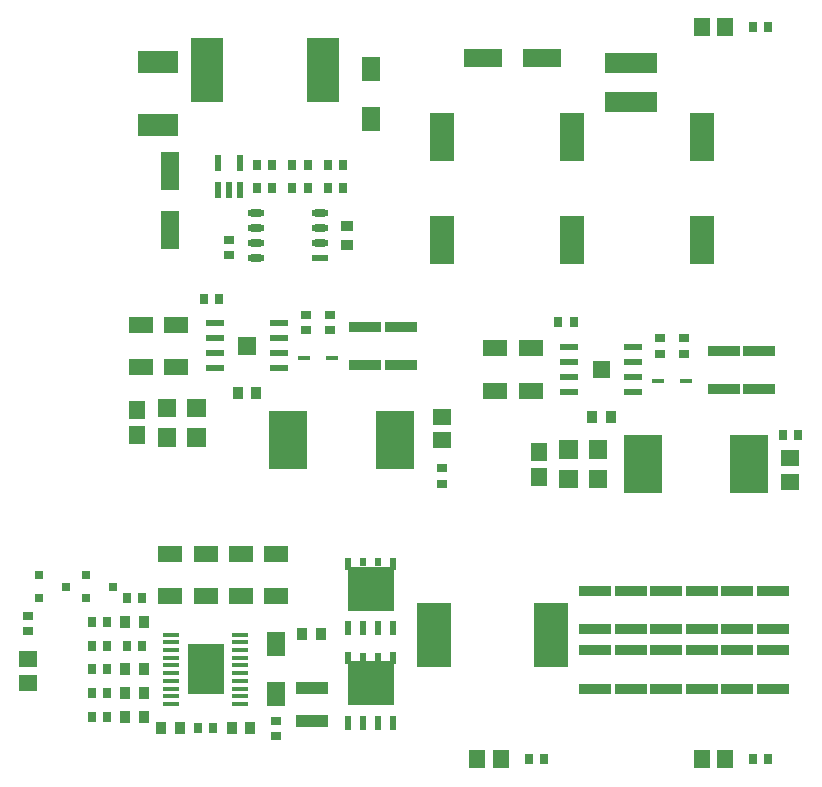
<source format=gtp>
G04*
G04 #@! TF.GenerationSoftware,Altium Limited,Altium Designer,24.6.1 (21)*
G04*
G04 Layer_Color=8421504*
%FSLAX44Y44*%
%MOMM*%
G71*
G04*
G04 #@! TF.SameCoordinates,FB7BF447-59A1-4C30-B96A-EE808B7AA342*
G04*
G04*
G04 #@! TF.FilePolarity,Positive*
G04*
G01*
G75*
%ADD15R,1.5000X2.1200*%
%ADD16R,1.4000X1.6000*%
%ADD17R,1.0400X0.4600*%
%ADD18R,0.8000X0.9500*%
%ADD19R,3.1750X4.9530*%
%ADD20R,2.8000X5.4000*%
%ADD21R,2.9000X5.4000*%
%ADD22O,1.4500X0.6000*%
%ADD23R,1.4500X0.6000*%
%ADD24R,3.1500X4.3500*%
%ADD25R,1.4500X0.4500*%
%ADD26R,0.9000X1.0500*%
%ADD27R,0.9500X0.8000*%
%ADD28R,1.5000X1.4000*%
%ADD29R,2.0000X4.1000*%
%ADD30R,0.7620X0.7620*%
%ADD31R,0.5900X1.3200*%
%ADD32R,2.7700X1.1000*%
%ADD33R,3.9100X3.8100*%
%ADD34R,0.6100X1.2700*%
%ADD35R,0.6100X0.7100*%
%ADD36R,0.6100X1.0200*%
%ADD37R,1.4000X1.5000*%
%ADD38R,2.7062X0.9542*%
%ADD39R,2.0000X1.4000*%
%ADD40R,1.5500X0.6000*%
%ADD41R,4.5000X1.8000*%
%ADD42R,3.2000X1.6000*%
%ADD43R,1.6000X3.2000*%
G04:AMPARAMS|DCode=44|XSize=1.9mm|YSize=3.37mm|CornerRadius=0.0665mm|HoleSize=0mm|Usage=FLASHONLY|Rotation=270.000|XOffset=0mm|YOffset=0mm|HoleType=Round|Shape=RoundedRectangle|*
%AMROUNDEDRECTD44*
21,1,1.9000,3.2370,0,0,270.0*
21,1,1.7670,3.3700,0,0,270.0*
1,1,0.1330,-1.6185,-0.8835*
1,1,0.1330,-1.6185,0.8835*
1,1,0.1330,1.6185,0.8835*
1,1,0.1330,1.6185,-0.8835*
%
%ADD44ROUNDEDRECTD44*%
%ADD45R,1.0500X0.9000*%
G36*
X145150Y304600D02*
X129350D01*
Y320400D01*
X145150D01*
Y304600D01*
D02*
G37*
G36*
X170150D02*
X154350D01*
Y320400D01*
X170150D01*
Y304600D01*
D02*
G37*
G36*
X145150Y329600D02*
X129350D01*
Y345400D01*
X145150D01*
Y329600D01*
D02*
G37*
G36*
X170150D02*
X154350D01*
Y345400D01*
X170150D01*
Y329600D01*
D02*
G37*
G36*
X197835Y397256D02*
X212341D01*
Y382750D01*
X197835D01*
Y397256D01*
D02*
G37*
G36*
X512341Y362750D02*
X497835D01*
Y377256D01*
X512341D01*
Y362750D01*
D02*
G37*
G36*
X510150Y294600D02*
X494350D01*
Y310400D01*
X510150D01*
Y294600D01*
D02*
G37*
G36*
X485150D02*
X469350D01*
Y310400D01*
X485150D01*
Y294600D01*
D02*
G37*
G36*
X510150Y269600D02*
X494350D01*
Y285400D01*
X510150D01*
Y269600D01*
D02*
G37*
G36*
X485150D02*
X469350D01*
Y285400D01*
X485150D01*
Y269600D01*
D02*
G37*
D15*
X310000Y582350D02*
D03*
Y624650D02*
D03*
X230000Y137400D02*
D03*
Y95100D02*
D03*
D16*
X452250Y300500D02*
D03*
Y279500D02*
D03*
X112250Y335500D02*
D03*
Y314500D02*
D03*
D17*
X553185Y360000D02*
D03*
X576985D02*
D03*
X253185Y380000D02*
D03*
X276985D02*
D03*
D18*
X226500Y543500D02*
D03*
X213500D02*
D03*
X286500D02*
D03*
X273500D02*
D03*
X456500Y40000D02*
D03*
X443500D02*
D03*
X646500Y660000D02*
D03*
X633500D02*
D03*
X646500Y40000D02*
D03*
X633500D02*
D03*
X86500Y116250D02*
D03*
X73500D02*
D03*
X86500Y76250D02*
D03*
X73500D02*
D03*
X116500Y136250D02*
D03*
X103500D02*
D03*
X86500D02*
D03*
X73500D02*
D03*
X116500Y176250D02*
D03*
X103500D02*
D03*
X86500Y156250D02*
D03*
X73500D02*
D03*
X213500Y523500D02*
D03*
X226500D02*
D03*
X243500Y543500D02*
D03*
X256500D02*
D03*
X243500Y523500D02*
D03*
X256500D02*
D03*
X286500D02*
D03*
X273500D02*
D03*
X86500Y96250D02*
D03*
X73500D02*
D03*
X176500Y66250D02*
D03*
X163500D02*
D03*
X168585Y430000D02*
D03*
X181585D02*
D03*
X671500Y315000D02*
D03*
X658500D02*
D03*
X481585Y410000D02*
D03*
X468585D02*
D03*
D19*
X540000Y290000D02*
D03*
X630170D02*
D03*
X240000Y310000D02*
D03*
X330170D02*
D03*
D20*
X269000Y623500D02*
D03*
X171000D02*
D03*
D21*
X462040Y144980D02*
D03*
X363040D02*
D03*
D22*
X212750Y502550D02*
D03*
Y489850D02*
D03*
Y477150D02*
D03*
Y464450D02*
D03*
X267250Y502550D02*
D03*
Y489850D02*
D03*
Y477150D02*
D03*
D23*
Y464450D02*
D03*
D24*
X170000Y116250D02*
D03*
D25*
X199250Y145500D02*
D03*
Y139000D02*
D03*
Y132500D02*
D03*
Y126000D02*
D03*
Y119500D02*
D03*
Y113000D02*
D03*
Y106500D02*
D03*
Y100000D02*
D03*
Y93500D02*
D03*
Y87000D02*
D03*
X140750D02*
D03*
Y93500D02*
D03*
Y100000D02*
D03*
Y106500D02*
D03*
Y113000D02*
D03*
Y119500D02*
D03*
Y126000D02*
D03*
Y132500D02*
D03*
Y139000D02*
D03*
Y145500D02*
D03*
D26*
X513085Y330000D02*
D03*
X497085D02*
D03*
X213085Y350000D02*
D03*
X197085D02*
D03*
X268000Y146250D02*
D03*
X252000D02*
D03*
X208000Y66250D02*
D03*
X192000D02*
D03*
X118000Y156250D02*
D03*
X102000D02*
D03*
X118000Y116250D02*
D03*
X102000D02*
D03*
X148000Y66250D02*
D03*
X132000D02*
D03*
X118000Y96250D02*
D03*
X102000D02*
D03*
X118000Y76250D02*
D03*
X102000D02*
D03*
D27*
X20000Y161500D02*
D03*
Y148500D02*
D03*
X190000Y480000D02*
D03*
Y467000D02*
D03*
X230000Y72750D02*
D03*
Y59750D02*
D03*
X275085Y403500D02*
D03*
Y416500D02*
D03*
X255085Y416500D02*
D03*
Y403500D02*
D03*
X370000Y286500D02*
D03*
Y273500D02*
D03*
X575085Y396500D02*
D03*
Y383500D02*
D03*
X555085Y383500D02*
D03*
Y396500D02*
D03*
D28*
X20000Y105000D02*
D03*
Y125000D02*
D03*
X370000Y310000D02*
D03*
Y330000D02*
D03*
X665000Y295000D02*
D03*
Y275000D02*
D03*
D29*
X370000Y567000D02*
D03*
Y480000D02*
D03*
X590000D02*
D03*
Y567000D02*
D03*
X480000Y480000D02*
D03*
Y567000D02*
D03*
D30*
X51610Y186225D02*
D03*
X28750Y195750D02*
D03*
Y176700D02*
D03*
X68750D02*
D03*
Y195750D02*
D03*
X91610Y186225D02*
D03*
D31*
X180500Y544950D02*
D03*
X199500D02*
D03*
Y522050D02*
D03*
X190000D02*
D03*
X180500D02*
D03*
D32*
X260000Y72120D02*
D03*
Y100380D02*
D03*
D33*
X310000Y104550D02*
D03*
Y184550D02*
D03*
D34*
X290950Y70820D02*
D03*
X303650D02*
D03*
X316350D02*
D03*
X329050D02*
D03*
Y150820D02*
D03*
X316350D02*
D03*
X303650D02*
D03*
X290950D02*
D03*
D35*
X316350Y127020D02*
D03*
X303650D02*
D03*
Y207020D02*
D03*
X316350D02*
D03*
D36*
X329050Y125460D02*
D03*
X290950D02*
D03*
Y205460D02*
D03*
X329050D02*
D03*
D37*
X610000Y40000D02*
D03*
X590000D02*
D03*
X610000Y660000D02*
D03*
X590000D02*
D03*
X400000Y40000D02*
D03*
X420000D02*
D03*
D38*
X650000Y132500D02*
D03*
Y100000D02*
D03*
X620000Y132500D02*
D03*
Y100000D02*
D03*
X590000Y132500D02*
D03*
Y100000D02*
D03*
X560000Y132500D02*
D03*
Y100000D02*
D03*
X530000Y132500D02*
D03*
Y100000D02*
D03*
X500000Y132500D02*
D03*
Y100000D02*
D03*
Y150000D02*
D03*
Y182500D02*
D03*
X530000Y150000D02*
D03*
Y182500D02*
D03*
X560000Y150000D02*
D03*
Y182500D02*
D03*
X590000Y150000D02*
D03*
Y182500D02*
D03*
X620000Y150000D02*
D03*
Y182500D02*
D03*
X650000Y150000D02*
D03*
Y182500D02*
D03*
X305085Y406250D02*
D03*
Y373750D02*
D03*
X335085Y406250D02*
D03*
Y373750D02*
D03*
X638935Y386040D02*
D03*
Y353540D02*
D03*
X608935Y386040D02*
D03*
Y353540D02*
D03*
D39*
X115085Y408000D02*
D03*
Y372000D02*
D03*
X145085Y408000D02*
D03*
Y372000D02*
D03*
X445085Y388000D02*
D03*
Y352000D02*
D03*
X415085Y388000D02*
D03*
Y352000D02*
D03*
X230000Y178250D02*
D03*
Y214250D02*
D03*
X200000Y178250D02*
D03*
Y214250D02*
D03*
X170000Y178250D02*
D03*
Y214250D02*
D03*
X140000Y178250D02*
D03*
Y214250D02*
D03*
D40*
X232085Y370950D02*
D03*
Y383650D02*
D03*
Y396350D02*
D03*
Y409050D02*
D03*
X178085D02*
D03*
Y396350D02*
D03*
Y383650D02*
D03*
Y370950D02*
D03*
X478085Y350950D02*
D03*
Y363650D02*
D03*
Y376350D02*
D03*
Y389050D02*
D03*
X532085D02*
D03*
Y376350D02*
D03*
Y363650D02*
D03*
Y350950D02*
D03*
D41*
X530000Y597000D02*
D03*
Y630000D02*
D03*
D42*
X455000Y633500D02*
D03*
X405000D02*
D03*
D43*
X140000Y538500D02*
D03*
Y488500D02*
D03*
D44*
X130000Y576900D02*
D03*
Y630100D02*
D03*
D45*
X290000Y475500D02*
D03*
Y491500D02*
D03*
M02*

</source>
